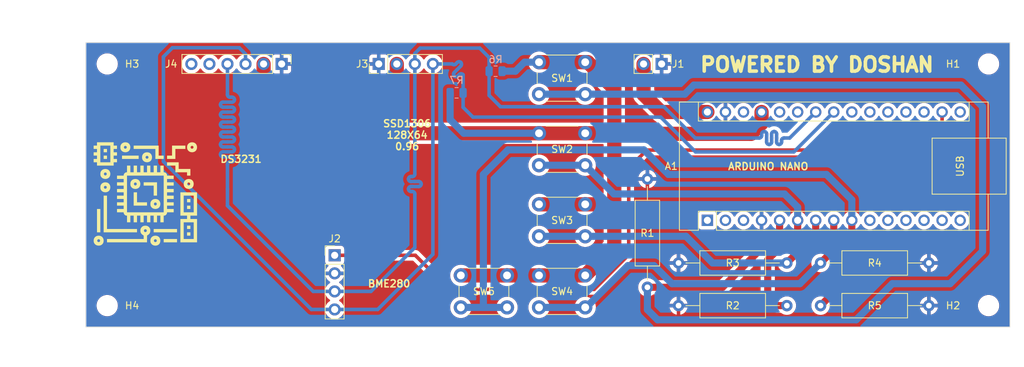
<source format=kicad_pcb>
(kicad_pcb (version 20221018) (generator pcbnew)
  (layers (0 "F.Cu" signal) (31 "B.Cu" signal) (34 "B.Paste" user) (35 "F.Paste" user) (36 "B.SilkS" user "B.Silkscreen") (37 "F.SilkS" user "F.Silkscreen") (38 "B.Mask" user) (39 "F.Mask" user) (44 "Edge.Cuts" user))
  (net 0 "")
  (net 4 "GND")
  (net 12 "+3.3V")
  (net 20 "+5V")
  (net 22 "Net-(A1-VIN)")
  (net 25 "BTN_UP")
  (net 26 "BTN_DOWN")
  (net 27 "BTN_RIGHT")
  (net 28 "BTN_LEFT")
  (net 29 "BTN_OK")
  (net 30 "I2C+")
  (net 31 "I2C-")
  (footprint "MountingHole:MountingHole_2.5mm" (layer "F.Cu") (at 160.29 57.619 -90)
    (fp_text reference "H2" (at 0 5 -180) (layer "F.SilkS"))
    (fp_text value "MountingHole")
    (pad "" np_thru_hole circle (at 0 0 270) (size 2.5 2.5) (drill 2.5) (layers "*.Cu" "*.Mask"))
  )
  (footprint "Resistor_THT:R_Axial_DIN0309_L9.0mm_D3.2mm_P15.24mm_Horizontal" (layer "F.Cu") (at 131.91 51.619 180)
    (fp_text reference "R3" (at 7.62 0 180) (layer "F.SilkS"))
    (fp_text value "10K")
    (pad "1" thru_hole circle (at 0 0 180) (size 1.6 1.6) (drill 0.8) (layers "*.Cu" "*.Mask") (net 27 "BTN_RIGHT"))
    (pad "2" thru_hole oval (at 15.24 0 180) (size 1.6 1.6) (drill 0.8) (layers "*.Cu" "*.Mask") (net 4 "GND"))
  )
  (footprint "Button_Switch_THT:SW_PUSH_6mm_H5mm" (layer "F.Cu") (at 97.04 43.369)
    (fp_text reference "SW3" (at 3.25 2.25 180) (layer "F.SilkS"))
    (fp_text value "SW_MEC_5E")
    (pad "1" thru_hole circle (at 0 0 90) (size 2 2) (drill 1.1) (layers "*.Cu" "*.Mask") (net 20 "+5V"))
    (pad "1" thru_hole circle (at 6.5 0 90) (size 2 2) (drill 1.1) (layers "*.Cu" "*.Mask") (net 20 "+5V"))
    (pad "2" thru_hole circle (at 0 4.5 90) (size 2 2) (drill 1.1) (layers "*.Cu" "*.Mask") (net 27 "BTN_RIGHT"))
    (pad "2" thru_hole circle (at 6.5 4.5 90) (size 2 2) (drill 1.1) (layers "*.Cu" "*.Mask") (net 27 "BTN_RIGHT"))
  )
  (footprint "Button_Switch_THT:SW_PUSH_6mm_H5mm" (layer "F.Cu") (at 97.04 33.369)
    (fp_text reference "SW2" (at 3.25 2.25 180) (layer "F.SilkS"))
    (fp_text value "SW_MEC_5E")
    (pad "1" thru_hole circle (at 0 0 90) (size 2 2) (drill 1.1) (layers "*.Cu" "*.Mask") (net 20 "+5V"))
    (pad "1" thru_hole circle (at 6.5 0 90) (size 2 2) (drill 1.1) (layers "*.Cu" "*.Mask") (net 20 "+5V"))
    (pad "2" thru_hole circle (at 0 4.5 90) (size 2 2) (drill 1.1) (layers "*.Cu" "*.Mask") (net 26 "BTN_DOWN"))
    (pad "2" thru_hole circle (at 6.5 4.5 90) (size 2 2) (drill 1.1) (layers "*.Cu" "*.Mask") (net 26 "BTN_DOWN"))
  )
  (footprint "Resistor_THT:R_Axial_DIN0309_L9.0mm_D3.2mm_P15.24mm_Horizontal" (layer "F.Cu") (at 112.29 55.039 90)
    (fp_text reference "R1" (at 7.62 0 180) (layer "F.SilkS"))
    (fp_text value "10K")
    (pad "1" thru_hole circle (at 0 0 90) (size 1.6 1.6) (drill 0.8) (layers "*.Cu" "*.Mask") (net 25 "BTN_UP"))
    (pad "2" thru_hole oval (at 15.24 0 90) (size 1.6 1.6) (drill 0.8) (layers "*.Cu" "*.Mask") (net 4 "GND"))
  )
  (footprint "MountingHole:MountingHole_2.5mm" (layer "F.Cu") (at 36.29 57.619 -90)
    (fp_text reference "H4" (at 0 -3.5 -180) (layer "F.SilkS"))
    (fp_text value "MountingHole")
    (pad "" np_thru_hole circle (at 0 0 270) (size 2.5 2.5) (drill 2.5) (layers "*.Cu" "*.Mask"))
  )
  (footprint "MountingHole:MountingHole_2.5mm" (layer "F.Cu") (at 36.29 23.619 -90)
    (fp_text reference "H3" (at 0 -3.5 -180) (layer "F.SilkS"))
    (fp_text value "MountingHole")
    (pad "" np_thru_hole circle (at 0 0 270) (size 2.5 2.5) (drill 2.5) (layers "*.Cu" "*.Mask"))
  )
  (footprint "Resistor_THT:R_Axial_DIN0309_L9.0mm_D3.2mm_P15.24mm_Horizontal" (layer "F.Cu") (at 136.652 57.619)
    (fp_text reference "R5" (at 7.62 0) (layer "F.SilkS"))
    (fp_text value "10K")
    (pad "1" thru_hole circle (at 0 0) (size 1.6 1.6) (drill 0.8) (layers "*.Cu" "*.Mask") (net 29 "BTN_OK"))
    (pad "2" thru_hole oval (at 15.24 0) (size 1.6 1.6) (drill 0.8) (layers "*.Cu" "*.Mask") (net 4 "GND"))
  )
  (footprint "Connector_PinHeader_2.54mm:PinHeader_1x02_P2.54mm_Vertical" (layer "F.Cu") (at 114.29 23.619 -90)
    (fp_text reference "J1" (at 0 -2.33 -180) (layer "F.SilkS"))
    (fp_text value "Conn_01x02_Socket")
    (pad "1" thru_hole rect (at 0 0 270) (size 1.7 1.7) (drill 1) (layers "*.Cu" "*.Mask") (net 4 "GND"))
    (pad "2" thru_hole oval (at 0 2.54 270) (size 1.7 1.7) (drill 1) (layers "*.Cu" "*.Mask") (net 22 "Net-(A1-VIN)"))
  )
  (footprint "Button_Switch_THT:SW_PUSH_6mm_H5mm" (layer "F.Cu") (at 97.04 53.369)
    (fp_text reference "SW4" (at 3.25 2.25 180) (layer "F.SilkS"))
    (fp_text value "SW_MEC_5E")
    (pad "1" thru_hole circle (at 0 0 90) (size 2 2) (drill 1.1) (layers "*.Cu" "*.Mask") (net 20 "+5V"))
    (pad "1" thru_hole circle (at 6.5 0 90) (size 2 2) (drill 1.1) (layers "*.Cu" "*.Mask") (net 20 "+5V"))
    (pad "2" thru_hole circle (at 0 4.5 90) (size 2 2) (drill 1.1) (layers "*.Cu" "*.Mask") (net 28 "BTN_LEFT"))
    (pad "2" thru_hole circle (at 6.5 4.5 90) (size 2 2) (drill 1.1) (layers "*.Cu" "*.Mask") (net 28 "BTN_LEFT"))
  )
  (footprint "Connector_PinHeader_2.54mm:PinHeader_1x04_P2.54mm_Vertical" (layer "F.Cu") (at 74.49 23.619 90)
    (fp_text reference "J3" (at 0 -2.33 180) (layer "F.SilkS"))
    (fp_text value "Conn_01x04_Socket")
    (pad "1" thru_hole rect (at 0 0 90) (size 1.7 1.7) (drill 1) (layers "*.Cu" "*.Mask") (net 4 "GND"))
    (pad "2" thru_hole oval (at 0 2.54 90) (size 1.7 1.7) (drill 1) (layers "*.Cu" "*.Mask") (net 20 "+5V"))
    (pad "3" thru_hole oval (at 0 5.08 90) (size 1.7 1.7) (drill 1) (layers "*.Cu" "*.Mask") (net 31 "I2C-"))
    (pad "4" thru_hole oval (at 0 7.62 90) (size 1.7 1.7) (drill 1) (layers "*.Cu" "*.Mask") (net 30 "I2C+"))
  )
  (footprint "Button_Switch_THT:SW_PUSH_6mm_H5mm" (layer "F.Cu") (at 97.04 23.369)
    (fp_text reference "SW1" (at 3.25 2.25 180) (layer "F.SilkS"))
    (fp_text value "SW_MEC_5E")
    (pad "1" thru_hole circle (at 0 0 90) (size 2 2) (drill 1.1) (layers "*.Cu" "*.Mask") (net 20 "+5V"))
    (pad "1" thru_hole circle (at 6.5 0 90) (size 2 2) (drill 1.1) (layers "*.Cu" "*.Mask") (net 20 "+5V"))
    (pad "2" thru_hole circle (at 0 4.5 90) (size 2 2) (drill 1.1) (layers "*.Cu" "*.Mask") (net 25 "BTN_UP"))
    (pad "2" thru_hole circle (at 6.5 4.5 90) (size 2 2) (drill 1.1) (layers "*.Cu" "*.Mask") (net 25 "BTN_UP"))
  )
  (footprint "Resistor_THT:R_Axial_DIN0309_L9.0mm_D3.2mm_P15.24mm_Horizontal" (layer "F.Cu") (at 136.652 51.619)
    (fp_text reference "R4" (at 7.62 0) (layer "F.SilkS"))
    (fp_text value "10K")
    (pad "1" thru_hole circle (at 0 0) (size 1.6 1.6) (drill 0.8) (layers "*.Cu" "*.Mask") (net 28 "BTN_LEFT"))
    (pad "2" thru_hole oval (at 15.24 0) (size 1.6 1.6) (drill 0.8) (layers "*.Cu" "*.Mask") (net 4 "GND"))
  )
  (footprint "Pictures:micro_scheme" (layer "F.Cu") (at 41.656 41.91 -90)
    (fp_text reference "G***" hide)
    (fp_text value "LOGO" hide)
  )
  (footprint "MountingHole:MountingHole_2.5mm" (layer "F.Cu") (at 160.29 23.619 -90)
    (fp_text reference "H1" (at 0 5 -180) (layer "F.SilkS"))
    (fp_text value "MountingHole")
    (pad "" np_thru_hole circle (at 0 0 270) (size 2.5 2.5) (drill 2.5) (layers "*.Cu" "*.Mask"))
  )
  (footprint "Module:Arduino_Nano" (layer "F.Cu") (at 120.73 45.619 90)
    (fp_text reference "A1" (at 7.62 -5.08 180) (layer "F.SilkS"))
    (fp_text value "Arduino_Nano_v2.x")
    (fp_text user "USB" (at 7.62 35.56 90 unlocked) (layer "F.SilkS"))
    (pad "1" thru_hole rect (at 0 0 90) (size 1.6 1.6) (drill 1) (layers "*.Cu" "*.Mask"))
    (pad "2" thru_hole oval (at 0 2.54 90) (size 1.6 1.6) (drill 1) (layers "*.Cu" "*.Mask"))
    (pad "3" thru_hole oval (at 0 5.08 90) (size 1.6 1.6) (drill 1) (layers "*.Cu" "*.Mask"))
    (pad "4" thru_hole oval (at 0 7.62 90) (size 1.6 1.6) (drill 1) (layers "*.Cu" "*.Mask") (net 4 "GND"))
    (pad "5" thru_hole oval (at 0 10.16 90) (size 1.6 1.6) (drill 1) (layers "*.Cu" "*.Mask") (net 25 "BTN_UP"))
    (pad "6" thru_hole oval (at 0 12.7 90) (size 1.6 1.6) (drill 1) (layers "*.Cu" "*.Mask") (net 26 "BTN_DOWN"))
    (pad "7" thru_hole oval (at 0 15.24 90) (size 1.6 1.6) (drill 1) (layers "*.Cu" "*.Mask") (net 27 "BTN_RIGHT"))
    (pad "8" thru_hole oval (at 0 17.78 90) (size 1.6 1.6) (drill 1) (layers "*.Cu" "*.Mask") (net 28 "BTN_LEFT"))
    (pad "9" thru_hole oval (at 0 20.32 90) (size 1.6 1.6) (drill 1) (layers "*.Cu" "*.Mask") (net 29 "BTN_OK"))
    (pad "10" thru_hole oval (at 0 22.86 90) (size 1.6 1.6) (drill 1) (layers "*.Cu" "*.Mask"))
    (pad "11" thru_hole oval (at 0 25.4 90) (size 1.6 1.6) (drill 1) (layers "*.Cu" "*.Mask"))
    (pad "12" thru_hole oval (at 0 27.94 90) (size 1.6 1.6) (drill 1) (layers "*.Cu" "*.Mask"))
    (pad "13" thru_hole oval (at 0 30.48 90) (size 1.6 1.6) (drill 1) (layers "*.Cu" "*.Mask"))
    (pad "14" thru_hole oval (at 0 33.02 90) (size 1.6 1.6) (drill 1) (layers "*.Cu" "*.Mask"))
    (pad "15" thru_hole oval (at 0 35.56 90) (size 1.6 1.6) (drill 1) (layers "*.Cu" "*.Mask"))
    (pad "16" thru_hole oval (at 15.24 35.56 90) (size 1.6 1.6) (drill 1) (layers "*.Cu" "*.Mask"))
    (pad "17" thru_hole oval (at 15.24 33.02 90) (size 1.6 1.6) (drill 1) (layers "*.Cu" "*.Mask") (net 12 "+3.3V"))
    (pad "18" thru_hole oval (at 15.24 30.48 90) (size 1.6 1.6) (drill 1) (layers "*.Cu" "*.Mask"))
    (pad "19" thru_hole oval (at 15.24 27.94 90) (size 1.6 1.6) (drill 1) (layers "*.Cu" "*.Mask"))
    (pad "20" thru_hole oval (at 15.24 25.4 90) (size 1.6 1.6) (drill 1) (layers "*.Cu" "*.Mask"))
    (pad "21" thru_hole oval (at 15.24 22.86 90) (size 1.6 1.6) (drill 1) (layers "*.Cu" "*.Mask"))
    (pad "22" thru_hole oval (at 15.24 20.32 90) (size 1.6 1.6) (drill 1) (layers "*.Cu" "*.Mask"))
    (pad "23" thru_hole oval (at 15.24 17.78 90) (size 1.6 1.6) (drill 1) (layers "*.Cu" "*.Mask") (net 30 "I2C+"))
    (pad "24" thru_hole oval (at 15.24 15.24 90) (size 1.6 1.6) (drill 1) (layers "*.Cu" "*.Mask") (net 31 "I2C-"))
    (pad "25" thru_hole oval (at 15.24 12.7 90) (size 1.6 1.6) (drill 1) (layers "*.Cu" "*.Mask"))
    (pad "26" thru_hole oval (at 15.24 10.16 90) (size 1.6 1.6) (drill 1) (layers "*.Cu" "*.Mask"))
    (pad "27" thru_hole oval (at 15.24 7.62 90) (size 1.6 1.6) (drill 1) (layers "*.Cu" "*.Mask") (net 20 "+5V"))
    (pad "28" thru_hole oval (at 15.24 5.08 90) (size 1.6 1.6) (drill 1) (layers "*.Cu" "*.Mask"))
    (pad "29" thru_hole oval (at 15.24 2.54 90) (size 1.6 1.6) (drill 1) (layers "*.Cu" "*.Mask") (net 4 "GND"))
    (pad "30" thru_hole oval (at 15.24 0 90) (size 1.6 1.6) (drill 1) (layers "*.Cu" "*.Mask") (net 22 "Net-(A1-VIN)"))
  )
  (footprint "Connector_PinHeader_2.54mm:PinHeader_1x04_P2.54mm_Vertical" (layer "F.Cu") (at 68.29 50.539)
    (fp_text reference "J2" (at 0 -2.33 180) (layer "F.SilkS"))
    (fp_text value "Conn_01x04_Socket")
    (pad "1" thru_hole rect (at 0 0) (size 1.7 1.7) (drill 1) (layers "*.Cu" "*.Mask") (net 12 "+3.3V"))
    (pad "2" thru_hole oval (at 0 2.54) (size 1.7 1.7) (drill 1) (layers "*.Cu" "*.Mask") (net 4 "GND"))
    (pad "3" thru_hole oval (at 0 5.08) (size 1.7 1.7) (drill 1) (layers "*.Cu" "*.Mask") (net 31 "I2C-"))
    (pad "4" thru_hole oval (at 0 7.62) (size 1.7 1.7) (drill 1) (layers "*.Cu" "*.Mask") (net 30 "I2C+"))
  )
  (footprint "Resistor_THT:R_Axial_DIN0309_L9.0mm_D3.2mm_P15.24mm_Horizontal" (layer "F.Cu") (at 131.91 57.619 180)
    (fp_text reference "R2" (at 7.62 0 180) (layer "F.SilkS"))
    (fp_text value "10K")
    (pad "1" thru_hole circle (at 0 0 180) (size 1.6 1.6) (drill 0.8) (layers "*.Cu" "*.Mask") (net 26 "BTN_DOWN"))
    (pad "2" thru_hole oval (at 15.24 0 180) (size 1.6 1.6) (drill 0.8) (layers "*.Cu" "*.Mask") (net 4 "GND"))
  )
  (footprint "Connector_PinHeader_2.54mm:PinHeader_1x06_P2.54mm_Vertical" (layer "F.Cu") (at 60.83 23.619 -90)
    (fp_text reference "J4" (at 0 15.54 -180) (layer "F.SilkS"))
    (fp_text value "Conn_01x06_Pin")
    (pad "1" thru_hole rect (at 0 0 270) (size 1.7 1.7) (drill 1) (layers "*.Cu" "*.Mask") (net 4 "GND"))
    (pad "2" thru_hole oval (at 0 2.54 270) (size 1.7 1.7) (drill 1) (layers "*.Cu" "*.Mask") (net 20 "+5V"))
    (pad "3" thru_hole oval (at 0 5.08 270) (size 1.7 1.7) (drill 1) (layers "*.Cu" "*.Mask") (net 30 "I2C+"))
    (pad "4" thru_hole oval (at 0 7.62 270) (size 1.7 1.7) (drill 1) (layers "*.Cu" "*.Mask") (net 31 "I2C-"))
    (pad "5" thru_hole oval (at 0 10.16 270) (size 1.7 1.7) (drill 1) (layers "*.Cu" "*.Mask"))
    (pad "6" thru_hole oval (at 0 12.7 270) (size 1.7 1.7) (drill 1) (layers "*.Cu" "*.Mask"))
  )
  (footprint "Button_Switch_THT:SW_PUSH_6mm_H5mm" (layer "F.Cu") (at 86.04 53.369)
    (fp_text reference "SW5" (at 3.25 2.25 180) (layer "F.SilkS"))
    (fp_text value "SW_MEC_5E")
    (pad "1" thru_hole circle (at 0 0 90) (size 2 2) (drill 1.1) (layers "*.Cu" "*.Mask") (net 20 "+5V"))
    (pad "1" thru_hole circle (at 6.5 0 90) (size 2 2) (drill 1.1) (layers "*.Cu" "*.Mask") (net 20 "+5V"))
    (pad "2" thru_hole circle (at 0 4.5 90) (size 2 2) (drill 1.1) (layers "*.Cu" "*.Mask") (net 29 "BTN_OK"))
    (pad "2" thru_hole circle (at 6.5 4.5 90) (size 2 2) (drill 1.1) (layers "*.Cu" "*.Mask") (net 29 "BTN_OK"))
  )
  (footprint "Resistor_SMD:R_0805_2012Metric" (layer "B.Cu") (at 85.4475 27.686)
    (fp_text reference "R7" (at 0 -1.778) (layer "B.SilkS") (effects (justify mirror)))
    (fp_text value "5K")
    (pad "1" smd roundrect (at -0.9125 0) (size 1.025 1.4) (layers "B.Cu" "B.Paste" "B.Mask") (roundrect_rratio 0.243902439) (net 20 "+5V"))
    (pad "2" smd roundrect (at 0.9125 0) (size 1.025 1.4) (layers "B.Cu" "B.Paste" "B.Mask") (roundrect_rratio 0.243902439) (net 30 "I2C+"))
  )
  (footprint "Resistor_SMD:R_0805_2012Metric" (layer "B.Cu") (at 90.932 24.638 180)
    (fp_text reference "R6" (at 0 1.65) (layer "B.SilkS") (effects (justify mirror)))
    (fp_text value "5K")
    (pad "1" smd roundrect (at -0.9125 0 180) (size 1.025 1.4) (layers "B.Cu" "B.Paste" "B.Mask") (roundrect_rratio 0.243902439) (net 20 "+5V"))
    (pad "2" smd roundrect (at 0.9125 0 180) (size 1.025 1.4) (layers "B.Cu" "B.Paste" "B.Mask") (roundrect_rratio 0.243902439) (net 31 "I2C-"))
  )
  (gr_rect (start 33.29 20.619) (end 163.29 60.619) (stroke (width 0.1)) (fill none) (layer "Edge.Cuts"))
  (gr_text "POWERED BY DOSHAN" (at 136.144 24.892) (layer "F.SilkS") (effects (font (size 2 2) (thickness 0.5) bold) (justify bottom)))
  (gr_text "DS3231" (at 55.118 37.592) (layer "F.SilkS") (effects (font (size 1 1) (thickness 0.2) bold) (justify bottom)))
  (gr_text "BME280" (at 75.946 55.118) (layer "F.SilkS") (effects (font (size 1 1) (thickness 0.2) bold) (justify bottom)))
  (gr_text "SSD1306\n128X64\n0.96" (at 78.486 35.814) (layer "F.SilkS") (effects (font (size 1 1) (thickness 0.2) bold) (justify bottom)))
  (gr_text "ARDUINO NANO" (at 129.29 38.619) (layer "F.SilkS") (effects (font (size 1 1) (thickness 0.2) bold) (justify bottom)))
  (segment (start 112.202 35.735) (end 151.699 35.735) (width 0.5) (layer "F.Cu") (net 12))
  (segment (start 151.699 35.735) (end 153.75 33.684) (width 0.5) (layer "F.Cu") (net 12))
  (segment (start 68.29 50.539) (end 79.635 50.539) (width 0.5) (layer "F.Cu") (net 12))
  (segment (start 79.635 50.539) (end 84.428577 55.332577) (width 0.5) (layer "F.Cu") (net 12))
  (segment (start 109.662 38.275) (end 112.202 35.735) (width 0.5) (layer "F.Cu") (net 12))
  (segment (start 153.75 33.684) (end 153.75 30.379) (width 0.5) (layer "F.Cu") (net 12))
  (segment (start 109.662 50.467) (end 109.662 38.275) (width 0.5) (layer "F.Cu") (net 12))
  (segment (start 84.428577 55.332577) (end 104.796423 55.332577) (width 0.5) (layer "F.Cu") (net 12))
  (segment (start 104.796423 55.332577) (end 109.662 50.467) (width 0.5) (layer "F.Cu") (net 12))
  (segment (start 58.29 23.619) (end 58.29 31.099) (width 2) (layer "F.Cu") (net 20))
  (segment (start 103.9 23.369) (end 107.63 27.099) (width 2) (layer "F.Cu") (net 20))
  (segment (start 77.02296 33.369) (end 97.04 33.369) (width 2) (layer "F.Cu") (net 20))
  (segment (start 103.54 23.369) (end 97.04 23.369) (width 2) (layer "F.Cu") (net 20))
  (segment (start 103.54 23.369) (end 103.9 23.369) (width 2) (layer "F.Cu") (net 20))
  (segment (start 60.56 33.369) (end 77.02296 33.369) (width 2) (layer "F.Cu") (net 20))
  (segment (start 97.04 53.369) (end 103.54 53.369) (width 2) (layer "F.Cu") (net 20))
  (segment (start 107.63 43.609) (end 107.63 49.279) (width 2) (layer "F.Cu") (net 20))
  (segment (start 126.863185 33.449) (end 128.35 31.962185) (width 2) (layer "F.Cu") (net 20))
  (segment (start 58.29 31.099) (end 60.56 33.369) (width 2) (layer "F.Cu") (net 20))
  (segment (start 103.54 43.369) (end 107.39 43.369) (width 2) (layer "F.Cu") (net 20))
  (segment (start 107.55 33.369) (end 107.63 33.449) (width 2) (layer "F.Cu") (net 20))
  (segment (start 107.63 49.279) (end 103.54 53.369) (width 2) (layer "F.Cu") (net 20))
  (segment (start 103.54 43.369) (end 97.04 43.369) (width 2) (layer "F.Cu") (net 20))
  (segment (start 128.35 31.962185) (end 128.35 30.379) (width 2) (layer "F.Cu") (net 20))
  (segment (start 107.63 27.099) (end 107.63 33.449) (width 2) (layer "F.Cu") (net 20))
  (segment (start 107.63 35.989) (end 107.63 33.449) (width 2) (layer "F.Cu") (net 20))
  (segment (start 77.03 33.36196) (end 77.02296 33.369) (width 2) (layer "F.Cu") (net 20))
  (segment (start 86.04 53.369) (end 92.54 53.369) (width 2) (layer "F.Cu") (net 20))
  (segment (start 107.63 35.989) (end 107.63 43.609) (width 2) (layer "F.Cu") (net 20))
  (segment (start 97.04 33.369) (end 103.54 33.369) (width 2) (layer "F.Cu") (net 20))
  (segment (start 103.54 33.369) (end 107.55 33.369) (width 2) (layer "F.Cu") (net 20))
  (segment (start 107.63 33.449) (end 126.863185 33.449) (width 2) (layer "F.Cu") (net 20))
  (segment (start 77.03 23.619) (end 77.03 33.36196) (width 2) (layer "F.Cu") (net 20))
  (segment (start 92.54 53.369) (end 97.04 53.369) (width 2) (layer "F.Cu") (net 20))
  (segment (start 91.8445 24.638) (end 93.726 24.638) (width 1) (layer "B.Cu") (net 20))
  (segment (start 86.455 33.369) (end 97.04 33.369) (width 1) (layer "B.Cu") (net 20))
  (segment (start 94.995 23.369) (end 97.04 23.369) (width 1) (layer "B.Cu") (net 20))
  (segment (start 84.535 27.686) (end 84.535 31.449) (width 1) (layer "B.Cu") (net 20))
  (segment (start 93.726 24.638) (end 94.995 23.369) (width 1) (layer "B.Cu") (net 20))
  (segment (start 84.535 31.449) (end 86.455 33.369) (width 1) (layer "B.Cu") (net 20))
  (segment (start 111.75 27.917) (end 114.212 30.379) (width 2) (layer "F.Cu") (net 22))
  (segment (start 114.212 30.379) (end 120.73 30.379) (width 2) (layer "F.Cu") (net 22))
  (segment (start 111.75 23.619) (end 111.75 27.917) (width 2) (layer "F.Cu") (net 22))
  (segment (start 112.29 55.039) (end 122.87 55.039) (width 1) (layer "F.Cu") (net 25))
  (segment (start 130.89 47.019) (end 130.89 45.619) (width 1) (layer "F.Cu") (net 25))
  (segment (start 122.87 55.039) (end 130.89 47.019) (width 1) (layer "F.Cu") (net 25))
  (segment (start 112.29 55.039) (end 112.29 58.188) (width 1) (layer "B.Cu") (net 25))
  (segment (start 117.546 27.869) (end 103.54 27.869) (width 1) (layer "B.Cu") (net 25))
  (segment (start 141.666 59.611) (end 146.746 54.531) (width 1) (layer "B.Cu") (net 25))
  (segment (start 113.713 59.611) (end 141.666 59.611) (width 1) (layer "B.Cu") (net 25))
  (segment (start 159.446 49.959) (end 159.446 29.639) (width 1) (layer "B.Cu") (net 25))
  (segment (start 118.824 26.591) (end 117.546 27.869) (width 1) (layer "B.Cu") (net 25))
  (segment (start 146.746 54.531) (end 154.874 54.531) (width 1) (layer "B.Cu") (net 25))
  (segment (start 156.398 26.591) (end 118.824 26.591) (width 1) (layer "B.Cu") (net 25))
  (segment (start 97.04 27.869) (end 103.54 27.869) (width 1) (layer "B.Cu") (net 25))
  (segment (start 154.874 54.531) (end 159.446 49.959) (width 1) (layer "B.Cu") (net 25))
  (segment (start 112.29 58.188) (end 113.713 59.611) (width 1) (layer "B.Cu") (net 25))
  (segment (start 159.446 29.639) (end 156.398 26.591) (width 1) (layer "B.Cu") (net 25))
  (segment (start 130.53 57.619) (end 129.22 56.309) (width 1) (layer "F.Cu") (net 26))
  (segment (start 131.91 57.619) (end 130.53 57.619) (width 1) (layer "F.Cu") (net 26))
  (segment (start 129.22 56.309) (end 129.22 51.164) (width 1) (layer "F.Cu") (net 26))
  (segment (start 129.22 51.164) (end 133.43 46.954) (width 1) (layer "F.Cu") (net 26))
  (segment (start 133.43 46.954) (end 133.43 45.619) (width 1) (layer "F.Cu") (net 26))
  (segment (start 107.581 41.91) (end 131.572 41.91) (width 1) (layer "B.Cu") (net 26))
  (segment (start 131.572 41.91) (end 133.43 43.768) (width 1) (layer "B.Cu") (net 26))
  (segment (start 133.43 43.768) (end 133.43 45.619) (width 1) (layer "B.Cu") (net 26))
  (segment (start 103.54 37.869) (end 107.581 41.91) (width 1) (layer "B.Cu") (net 26))
  (segment (start 97.04 37.869) (end 103.54 37.869) (width 1) (layer "B.Cu") (net 26))
  (segment (start 135.97 47.559) (end 131.91 51.619) (width 1) (layer "F.Cu") (net 27))
  (segment (start 135.97 45.619) (end 135.97 47.559) (width 1) (layer "F.Cu") (net 27))
  (segment (start 135.97 45.64) (end 135.97 45.619) (width 1) (layer "B.Cu") (net 27))
  (segment (start 117.719 47.869) (end 121.469 51.619) (width 1) (layer "B.Cu") (net 27))
  (segment (start 103.54 47.869) (end 97.04 47.869) (width 1) (layer "B.Cu") (net 27))
  (segment (start 121.469 51.619) (end 131.91 51.619) (width 1) (layer "B.Cu") (net 27))
  (segment (start 103.54 47.869) (end 117.719 47.869) (width 1) (layer "B.Cu") (net 27))
  (segment (start 138.51 49.761) (end 138.51 45.619) (width 1) (layer "F.Cu") (net 28))
  (segment (start 136.652 51.619) (end 138.51 49.761) (width 1) (layer "F.Cu") (net 28))
  (segment (start 103.675 57.869) (end 103.54 57.869) (width 1) (layer "B.Cu") (net 28))
  (segment (start 133.74 54.531) (end 136.652 51.619) (width 1) (layer "B.Cu") (net 28))
  (segment (start 115.758 54.531) (end 133.74 54.531) (width 1) (layer "B.Cu") (net 28))
  (segment (start 97.04 57.869) (end 103.54 57.869) (width 1) (layer "B.Cu") (net 28))
  (segment (start 115.758 54.531) (end 113.218 51.991) (width 1) (layer "B.Cu") (net 28))
  (segment (start 109.553 51.991) (end 103.675 57.869) (width 1) (layer "B.Cu") (net 28))
  (segment (start 113.218 51.991) (end 109.553 51.991) (width 1) (layer "B.Cu") (net 28))
  (segment (start 136.652 57.619) (end 141.05 53.221) (width 1) (layer "F.Cu") (net 29))
  (segment (start 141.05 53.221) (end 141.05 45.619) (width 1) (layer "F.Cu") (net 29))
  (segment (start 89.215 57.869) (end 92.54 57.869) (width 1) (layer "B.Cu") (net 29))
  (segment (start 86.04 57.869) (end 89.215 57.869) (width 1) (layer "B.Cu") (net 29))
  (segment (start 137.475 39.164) (end 141.05 42.739) (width 1) (layer "B.Cu") (net 29))
  (segment (start 92.675842 35.703158) (end 111.789158 35.703158) (width 1) (layer "B.Cu") (net 29))
  (segment (start 111.789158 35.703158) (end 115.25 39.164) (width 1) (layer "B.Cu") (net 29))
  (segment (start 89.215 39.164) (end 92.675842 35.703158) (width 1) (layer "B.Cu") (net 29))
  (segment (start 89.215 57.869) (end 89.215 39.164) (width 1) (layer "B.Cu") (net 29))
  (segment (start 115.25 39.164) (end 137.475 39.164) (width 1) (layer "B.Cu") (net 29))
  (segment (start 141.05 42.739) (end 141.05 45.619) (width 1) (layer "B.Cu") (net 29))
  (segment (start 86.317921 25.103922) (end 86.31792 25.103921) (width 0.5) (layer "B.Cu") (net 30))
  (segment (start 132.9 35.989) (end 119.06 35.989) (width 0.5) (layer "B.Cu") (net 30))
  (segment (start 65.017 58.159) (end 44.196 37.338) (width 0.5) (layer "B.Cu") (net 30))
  (segment (start 86.31792 25.103921) (end 86.36 25.146) (width 0.5) (layer "B.Cu") (net 30))
  (segment (start 114.166795 31.095795) (end 87.737795 31.095795) (width 0.5) (layer "B.Cu") (net 30))
  (segment (start 74.3475 58.159) (end 82.11 50.3965) (width 0.5) (layer "B.Cu") (net 30))
  (segment (start 68.29 58.159) (end 74.3475 58.159) (width 0.5) (layer "B.Cu") (net 30))
  (segment (start 68.29 58.159) (end 65.017 58.159) (width 0.5) (layer "B.Cu") (net 30))
  (segment (start 55.75 22.222) (end 55.75 23.619) (width 0.5) (layer "B.Cu") (net 30))
  (segment (start 86.36 29.718) (end 86.36 27.686) (width 0.5) (layer "B.Cu") (net 30))
  (segment (start 86.035082 23.406869) (end 86.035081 23.406868) (width 0.5) (layer "B.Cu") (net 30))
  (segment (start 86.36 25.146) (end 86.36 27.686) (width 0.5) (layer "B.Cu") (net 30))
  (segment (start 87.737795 31.095795) (end 86.36 29.718) (width 0.5) (layer "B.Cu") (net 30))
  (segment (start 86.03508 23.901843) (end 86.035081 23.901842) (width 0.5) (layer "B.Cu") (net 30))
  (segment (start 85.610815 25.316053) (end 85.610814 25.316054) (width 0.5) (layer "B.Cu") (net 30))
  (segment (start 85.327974 23.619) (end 85.540107 23.406868) (width 0.5) (layer "B.Cu") (net 30))
  (segment (start 82.11 50.3965) (end 82.11 23.619) (width 0.5) (layer "B.Cu") (net 30))
  (segment (start 45.466 21.336) (end 54.864 21.336) (width 0.5) (layer "B.Cu") (net 30))
  (segment (start 44.196 22.606) (end 45.466 21.336) (width 0.5) (layer "B.Cu") (net 30))
  (segment (start 44.196 37.338) (end 44.196 22.606) (width 0.5) (layer "B.Cu") (net 30))
  (segment (start 85.610814 25.316054) (end 85.822946 25.103921) (width 0.5) (layer "B.Cu") (net 30))
  (segment (start 54.864 21.336) (end 55.75 22.222) (width 0.5) (layer "B.Cu") (net 30))
  (segment (start 119.06 35.989) (end 114.166795 31.095795) (width 0.5) (layer "B.Cu") (net 30))
  (segment (start 138.51 30.379) (end 132.9 35.989) (width 0.5) (layer "B.Cu") (net 30))
  (segment (start 85.327975 23.618999) (end 85.327974 23.619) (width 0.5) (layer "B.Cu") (net 30))
  (segment (start 85.11584 25.316053) (end 85.11584 25.316054) (width 0.5) (layer "B.Cu") (net 30))
  (segment (start 82.11 23.619) (end 84.833 23.619) (width 0.5) (layer "B.Cu") (net 30))
  (segment (start 82.113 23.622) (end 82.11 23.619) (width 0.5) (layer "B.Cu") (net 30))
  (segment (start 86.035081 23.901842) (end 85.11584 24.821079) (width 0.5) (layer "B.Cu") (net 30))
  (arc (start 85.11584 24.821079) (mid 85.013328 25.068566) (end 85.11584 25.316053) (width 0.5) (layer "B.Cu") (net 30))
  (arc (start 85.822946 25.103921) (mid 86.070434 25.001409) (end 86.317921 25.103922) (width 0.5) (layer "B.Cu") (net 30))
  (arc (start 86.035081 23.406868) (mid 86.137593 23.654356) (end 86.03508 23.901843) (width 0.5) (layer "B.Cu") (net 30))
  (arc (start 85.11584 25.316054) (mid 85.363328 25.418566) (end 85.610815 25.316053) (width 0.5) (layer "B.Cu") (net 30))
  (arc (start 85.540107 23.406868) (mid 85.787595 23.304356) (end 86.035082 23.406869) (width 0.5) (layer "B.Cu") (net 30))
  (arc (start 84.833 23.619) (mid 85.080488 23.721512) (end 85.327975 23.618999) (width 0.5) (layer "B.Cu") (net 30))
  (segment (start 53.21 32.49) (end 53.840223 32.49) (width 0.5) (layer "B.Cu") (net 31))
  (segment (start 129.766 34.036) (end 129.766 33.479445) (width 0.5) (layer "B.Cu") (net 31))
  (segment (start 53.21 30.39) (end 52.579777 30.39) (width 0.5) (layer "B.Cu") (net 31))
  (segment (start 130.466 34.036) (end 130.466 34.592555) (width 0.5) (layer "B.Cu") (net 31))
  (segment (start 114.615 29.639) (end 119.012 34.036) (width 0.5) (layer "B.Cu") (net 31))
  (segment (start 52.579777 33.89) (end 53.21 33.89) (width 0.5) (layer "B.Cu") (net 31))
  (segment (start 79.57 40.16) (end 79.028033 40.16) (width 0.5) (layer "B.Cu") (net 31))
  (segment (start 52.579762 36.69) (end 53.21 36.69) (width 0.5) (layer "B.Cu") (net 31))
  (segment (start 53.21 33.19) (end 52.579777 33.19) (width 0.5) (layer "B.Cu") (net 31))
  (segment (start 52.579777 29.69) (end 53.21 29.69) (width 0.5) (layer "B.Cu") (net 31))
  (segment (start 53.21 43.558) (end 65.271 55.619) (width 0.5) (layer "B.Cu") (net 31))
  (segment (start 53.840223 31.79) (end 53.21 31.79) (width 0.5) (layer "B.Cu") (net 31))
  (segment (start 53.21 31.79) (end 52.579777 31.79) (width 0.5) (layer "B.Cu") (net 31))
  (segment (start 53.840223 28.99) (end 53.56 28.99) (width 0.5) (layer "B.Cu") (net 31))
  (segment (start 68.29 55.619) (end 73.395 55.619) (width 0.5) (layer "B.Cu") (net 31))
  (segment (start 79.028033 40.86) (end 79.22 40.86) (width 0.5) (layer "B.Cu") (net 31))
  (segment (start 52.579777 31.09) (end 53.21 31.09) (width 0.5) (layer "B.Cu") (net 31))
  (segment (start 119.012 34.036) (end 128.016 34.036) (width 0.5) (layer "B.Cu") (net 31))
  (segment (start 129.066 33.686) (end 129.066 34.592555) (width 0.5) (layer "B.Cu") (net 31))
  (segment (start 53.56 28.29) (end 53.840223 28.29) (width 0.5) (layer "B.Cu") (net 31))
  (segment (start 88.694 21.384) (end 80.325 21.384) (width 0.5) (layer "B.Cu") (net 31))
  (segment (start 53.56 28.99) (end 52.579777 28.99) (width 0.5) (layer "B.Cu") (net 31))
  (segment (start 53.840223 30.39) (end 53.21 30.39) (width 0.5) (layer "B.Cu") (net 31))
  (segment (start 79.22 40.86) (end 80.111967 40.86) (width 0.5) (layer "B.Cu") (net 31))
  (segment (start 52.579777 32.49) (end 53.21 32.49) (width 0.5) (layer "B.Cu") (net 31))
  (segment (start 53.21 34.59) (end 52.579762 34.59) (width 0.5) (layer "B.Cu") (net 31))
  (segment (start 90.0195 24.638) (end 90.0195 22.7095) (width 0.5) (layer "B.Cu") (net 31))
  (segment (start 80.111967 40.16) (end 79.57 40.16) (width 0.5) (layer "B.Cu") (net 31))
  (segment (start 130.466 33.479445) (end 130.466 34.036) (width 0.5) (layer "B.Cu") (net 31))
  (segment (start 90.0195 28.0435) (end 91.615 29.639) (width 0.5) (layer "B.Cu") (net 31))
  (segment (start 131.166 34.592555) (end 131.166 34.386) (width 0.5) (layer "B.Cu") (net 31))
  (segment (start 80.325 21.384) (end 79.57 22.139) (width 0.5) (layer "B.Cu") (net 31))
  (segment (start 73.395 55.619) (end 79.57 49.444) (width 0.5) (layer "B.Cu") (net 31))
  (segment (start 129.766 34.592555) (end 129.766 34.036) (width 0.5) (layer "B.Cu") (net 31))
  (segment (start 129.066 33.479445) (end 129.066 33.686) (width 0.5) (layer "B.Cu") (net 31))
  (segment (start 53.21 41.216933) (end 53.21 43.558) (width 0.5) (layer "B.Cu") (net 31))
  (segment (start 53.840223 35.99) (end 53.21 35.99) (width 0.5) (layer "B.Cu") (net 31))
  (segment (start 79.57 39.11) (end 79.57 34.03888) (width 0.5) (layer "B.Cu") (net 31))
  (segment (start 53.21 36.69) (end 53.840238 36.69) (width 0.5) (layer "B.Cu") (net 31))
  (segment (start 79.57 22.139) (end 79.57 23.619) (width 0.5) (layer "B.Cu") (net 31))
  (segment (start 53.21 29.69) (end 53.840223 29.69) (width 0.5) (layer "B.Cu") (net 31))
  (segment (start 53.21 33.89) (end 53.840238 33.89) (width 0.5) (layer "B.Cu") (net 31))
  (segment (start 53.840223 33.19) (end 53.21 33.19) (width 0.5) (layer "B.Cu") (net 31))
  (segment (start 53.840238 37.39) (end 53.56 37.39) (width 0.5) (layer "B.Cu") (net 31))
  (segment (start 90.0195 22.7095) (end 88.694 21.384) (width 0.5) (layer "B.Cu") (net 31))
  (segment (start 65.271 55.619) (end 68.29 55.619) (width 0.5) (layer "B.Cu") (net 31))
  (segment (start 79.57 49.444) (end 79.57 41.91) (width 0.5) (layer "B.Cu") (net 31))
  (segment (start 52.579762 35.29) (end 53.21 35.29) (width 0.5) (layer "B.Cu") (net 31))
  (segment (start 128.366 33.686) (end 128.366 33.479445) (width 0.5) (layer "B.Cu") (net 31))
  (segment (start 131.516 34.036) (end 132.313 34.036) (width 0.5) (layer "B.Cu") (net 31))
  (segment (start 53.21 35.29) (end 53.840223 35.29) (width 0.5) (layer "B.Cu") (net 31))
  (segment (start 53.21 31.09) (end 53.840223 31.09) (width 0.5) (layer "B.Cu") (net 31))
  (segment (start 79.028033 39.46) (end 79.22 39.46) (width 0.5) (layer "B.Cu") (net 31))
  (segment (start 90.0195 24.638) (end 90.0195 28.0435) (width 0.5) (layer "B.Cu") (net 31))
  (segment (start 53.21 35.99) (end 52.579762 35.99) (width 0.5) (layer "B.Cu") (net 31))
  (segment (start 53.21 37.74) (end 53.21 41.216933) (width 0.5) (layer "B.Cu") (net 31))
  (segment (start 91.615 29.639) (end 114.615 29.639) (width 0.5) (layer "B.Cu") (net 31))
  (segment (start 79.57 34.03888) (end 79.57 23.619) (width 0.5) (layer "B.Cu") (net 31))
  (segment (start 53.21 23.619) (end 53.21 27.94) (width 0.5) (layer "B.Cu") (net 31))
  (segment (start 132.313 34.036) (end 135.97 30.379) (width 0.5) (layer "B.Cu") (net 31))
  (segment (start 79.22 41.56) (end 79.028033 41.56) (width 0.5) (layer "B.Cu") (net 31))
  (segment (start 53.840238 34.59) (end 53.21 34.59) (width 0.5) (layer "B.Cu") (net 31))
  (arc (start 79.57 41.91) (mid 79.467487 41.662513) (end 79.22 41.56) (width 0.5) (layer "B.Cu") (net 31))
  (arc (start 52.579762 35.99) (mid 52.332275 36.092513) (end 52.229762 36.34) (width 0.5) (layer "B.Cu") (net 31))
  (arc (start 53.840223 29.69) (mid 54.08771 29.792513) (end 54.190223 30.04) (width 0.5) (layer "B.Cu") (net 31))
  (arc (start 52.579762 34.59) (mid 52.332275 34.692513) (end 52.229762 34.94) (width 0.5) (layer "B.Cu") (net 31))
  (arc (start 129.766 33.479445) (mid 129.868513 33.231958) (end 130.116 33.129445) (width 0.5) (layer "B.Cu") (net 31))
  (arc (start 53.840223 32.49) (mid 54.08771 32.592513) (end 54.190223 32.84) (width 0.5) (layer "B.Cu") (net 31))
  (arc (start 52.229777 32.14) (mid 52.33229 32.387487) (end 52.579777 32.49) (width 0.5) (layer "B.Cu") (net 31))
  (arc (start 79.028033 41.56) (mid 78.780546 41.457487) (end 78.678033 41.21) (width 0.5) (layer "B.Cu") (net 31))
  (arc (start 53.840223 31.09) (mid 54.08771 31.192513) (end 54.190223 31.44) (width 0.5) (layer "B.Cu") (net 31))
  (arc (start 53.840223 28.29) (mid 54.08771 28.392513) (end 54.190223 28.64) (width 0.5) (layer "B.Cu") (net 31))
  (arc (start 54.190223 35.64) (mid 54.08771 35.887487) (end 53.840223 35.99) (width 0.5) (layer "B.Cu") (net 31))
  (arc (start 128.716 33.129445) (mid 128.963487 33.231958) (end 129.066 33.479445) (width 0.5) (layer "B.Cu") (net 31))
  (arc (start 78.678033 41.21) (mid 78.780546 40.962513) (end 79.028033 40.86) (width 0.5) (layer "B.Cu") (net 31))
  (arc (start 54.190238 37.04) (mid 54.087725 37.287487) (end 53.840238 37.39) (width 0.5) (layer "B.Cu") (net 31))
  (arc (start 52.579777 30.39) (mid 52.33229 30.492513) (end 52.229777 30.74) (width 0.5) (layer "B.Cu") (net 31))
  (arc (start 78.678033 39.81) (mid 78.780546 39.562513) (end 79.028033 39.46) (width 0.5) (layer "B.Cu") (net 31))
  (arc (start 129.066 34.592555) (mid 129.168513 34.840042) (end 129.416 34.942555) (width 0.5) (layer "B.Cu") (net 31))
  (arc (start 79.22 39.46) (mid 79.467487 39.357487) (end 79.57 39.11) (width 0.5) (layer "B.Cu") (net 31))
  (arc (start 53.840238 36.69) (mid 54.087725 36.792513) (end 54.190238 37.04) (width 0.5) (layer "B.Cu") (net 31))
  (arc (start 52.579777 33.19) (mid 52.33229 33.292513) (end 52.229777 33.54) (width 0.5) (layer "B.Cu") (net 31))
  (arc (start 54.190223 31.44) (mid 54.08771 31.687487) (end 53.840223 31.79) (width 0.5) (layer "B.Cu") (net 31))
  (arc (start 130.116 33.129445) (mid 130.363487 33.231958) (end 130.466 33.479445) (width 0.5) (layer "B.Cu") (net 31))
  (arc (start 128.016 34.036) (mid 128.263487 33.933487) (end 128.366 33.686) (width 0.5) (layer "B.Cu") (net 31))
  (arc (start 130.466 34.592555) (mid 130.568513 34.840042) (end 130.816 34.942555) (width 0.5) (layer "B.Cu") (net 31))
  (arc (start 54.190223 32.84) (mid 54.08771 33.087487) (end 53.840223 33.19) (width 0.5) (layer "B.Cu") (net 31))
  (arc (start 54.190238 34.24) (mid 54.087725 34.487487) (end 53.840238 34.59) (width 0.5) (layer "B.Cu") (net 31))
  (arc (start 53.21 27.94) (mid 53.312513 28.187487) (end 53.56 28.29) (width 0.5) (layer "B.Cu") (net 31))
  (arc (start 80.461967 40.51) (mid 80.359454 40.262513) (end 80.111967 40.16) (width 0.5) (layer "B.Cu") (net 31))
  (arc (start 54.190223 28.64) (mid 54.08771 28.887487) (end 53.840223 28.99) (width 0.5) (layer "B.Cu") (net 31))
  (arc (start 53.840223 35.29) (mid 54.08771 35.392513) (end 54.190223 35.64) (width 0.5) (layer "B.Cu") (net 31))
  (arc (start 80.111967 40.86) (mid 80.359454 40.757487) (end 80.461967 40.51) (width 0.5) (layer "B.Cu") (net 31))
  (arc (start 52.229777 30.74) (mid 52.33229 30.987487) (end 52.579777 31.09) (width 0.5) (layer "B.Cu") (net 31))
  (arc (start 52.229777 29.34) (mid 52.33229 29.587487) (end 52.579777 29.69) (width 0.5) (layer "B.Cu") (net 31))
  (arc (start 52.229762 34.94) (mid 52.332275 35.187487) (end 52.579762 35.29) (width 0.5) (layer "B.Cu") (net 31))
  (arc (start 130.816 34.942555) (mid 131.063487 34.840042) (end 131.166 34.592555) (width 0.5) (layer "B.Cu") (net 31))
  (arc (start 131.166 34.386) (mid 131.268513 34.138513) (end 131.516 34.036) (width 0.5) (layer "B.Cu") (net 31))
  (arc (start 52.229777 33.54) (mid 52.33229 33.787487) (end 52.579777 33.89) (width 0.5) (layer "B.Cu") (net 31))
  (arc (start 53.840238 33.89) (mid 54.087725 33.992513) (end 54.190238 34.24) (width 0.5) (layer "B.Cu") (net 31))
  (arc (start 52.579777 31.79) (mid 52.33229 31.892513) (end 52.229777 32.14) (width 0.5) (layer "B.Cu") (net 31))
  (arc (start 129.416 34.942555) (mid 129.663487 34.840042) (end 129.766 34.592555) (width 0.5) (layer "B.Cu") (net 31))
  (arc (start 128.366 33.479445) (mid 128.468513 33.231958) (end 128.716 33.129445) (width 0.5) (layer "B.Cu") (net 31))
  (arc (start 79.028033 40.16) (mid 78.780546 40.057487) (end 78.678033 39.81) (width 0.5) (layer "B.Cu") (net 31))
  (arc (start 54.190223 30.04) (mid 54.08771 30.287487) (end 53.840223 30.39) (width 0.5) (layer "B.Cu") (net 31))
  (arc (start 53.56 37.39) (mid 53.312513 37.492513) (end 53.21 37.74) (width 0.5) (layer "B.Cu") (net 31))
  (arc (start 52.579777 28.99) (mid 52.33229 29.092513) (end 52.229777 29.34) (width 0.5) (layer "B.Cu") (net 31))
  (arc (start 52.229762 36.34) (mid 52.332275 36.587487) (end 52.579762 36.69) (width 0.5) (layer "B.Cu") (net 31))
  (zone (net 4) (net_name "GND") (layers "F&B.Cu") (connect_pads (clearance 0.5)) (min_thickness 0.25) (fill yes (thermal_gap 0.5) (thermal_bridge_width 0.5))
    (polygon (pts (xy 165.29 63.619) (xy 28.29 62.619) (xy 27.29 16.619) (xy 165.29 16.619)))
  )
)
</source>
